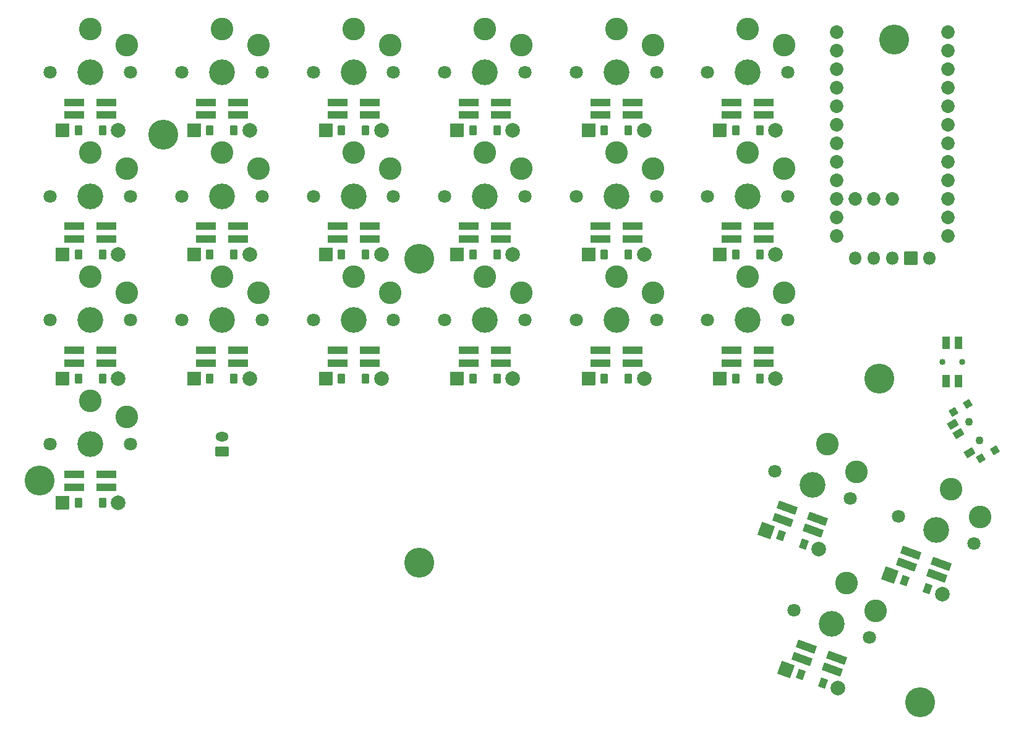
<source format=gbr>
%TF.GenerationSoftware,KiCad,Pcbnew,8.0.5*%
%TF.CreationDate,2024-09-15T18:20:55-04:00*%
%TF.ProjectId,theguy,74686567-7579-42e6-9b69-6361645f7063,v1.0.0*%
%TF.SameCoordinates,Original*%
%TF.FileFunction,Soldermask,Top*%
%TF.FilePolarity,Negative*%
%FSLAX46Y46*%
G04 Gerber Fmt 4.6, Leading zero omitted, Abs format (unit mm)*
G04 Created by KiCad (PCBNEW 8.0.5) date 2024-09-15 18:20:55*
%MOMM*%
%LPD*%
G01*
G04 APERTURE LIST*
G04 Aperture macros list*
%AMRoundRect*
0 Rectangle with rounded corners*
0 $1 Rounding radius*
0 $2 $3 $4 $5 $6 $7 $8 $9 X,Y pos of 4 corners*
0 Add a 4 corners polygon primitive as box body*
4,1,4,$2,$3,$4,$5,$6,$7,$8,$9,$2,$3,0*
0 Add four circle primitives for the rounded corners*
1,1,$1+$1,$2,$3*
1,1,$1+$1,$4,$5*
1,1,$1+$1,$6,$7*
1,1,$1+$1,$8,$9*
0 Add four rect primitives between the rounded corners*
20,1,$1+$1,$2,$3,$4,$5,0*
20,1,$1+$1,$4,$5,$6,$7,0*
20,1,$1+$1,$6,$7,$8,$9,0*
20,1,$1+$1,$8,$9,$2,$3,0*%
G04 Aperture macros list end*
%ADD10RoundRect,0.050000X-0.614711X0.164711X-0.164711X-0.614711X0.614711X-0.164711X0.164711X0.614711X0*%
%ADD11C,1.100000*%
%ADD12RoundRect,0.050000X-0.766266X0.077211X-0.316266X-0.702211X0.766266X-0.077211X0.316266X0.702211X0*%
%ADD13RoundRect,0.050000X-1.139443X-0.531331X0.531331X-1.139443X1.139443X0.531331X-0.531331X1.139443X0*%
%ADD14RoundRect,0.050000X-0.628074X-0.409907X0.217650X-0.717725X0.628074X0.409907X-0.217650X0.717725X0*%
%ADD15C,2.005000*%
%ADD16RoundRect,0.050000X-0.889000X-0.889000X0.889000X-0.889000X0.889000X0.889000X-0.889000X0.889000X0*%
%ADD17RoundRect,0.050000X-0.450000X-0.600000X0.450000X-0.600000X0.450000X0.600000X-0.450000X0.600000X0*%
%ADD18RoundRect,0.050000X-1.300000X-0.500000X1.300000X-0.500000X1.300000X0.500000X-1.300000X0.500000X0*%
%ADD19C,1.801800*%
%ADD20C,3.100000*%
%ADD21C,3.529000*%
%ADD22C,4.100000*%
%ADD23RoundRect,0.050000X0.850000X-0.600000X0.850000X0.600000X-0.850000X0.600000X-0.850000X-0.600000X0*%
%ADD24O,1.800000X1.300000*%
%ADD25C,0.850000*%
%ADD26RoundRect,0.050000X-0.500000X0.775000X-0.500000X-0.775000X0.500000X-0.775000X0.500000X0.775000X0*%
%ADD27RoundRect,0.050000X-1.392610X-0.025220X1.050590X-0.914472X1.392610X0.025220X-1.050590X0.914472X0*%
%ADD28O,1.800000X1.800000*%
%ADD29RoundRect,0.050000X-0.850000X-0.850000X0.850000X-0.850000X0.850000X0.850000X-0.850000X0.850000X0*%
%ADD30C,1.852600*%
G04 APERTURE END LIST*
D10*
%TO.C,T1*%
X190102628Y-94445706D03*
X188197372Y-95545706D03*
D11*
X190250000Y-96900962D03*
X191750000Y-99499038D03*
D10*
X193802628Y-100854294D03*
X191897372Y-101954294D03*
D12*
X190327997Y-101186057D03*
X188827997Y-98587981D03*
X188077997Y-97288943D03*
%TD*%
D13*
%TO.C,D20*%
X162555118Y-111806490D03*
D14*
X164584854Y-112545254D03*
X167685840Y-113673920D03*
D15*
X169715576Y-114412684D03*
%TD*%
D16*
%TO.C,D3*%
X66190000Y-74000000D03*
D17*
X68350000Y-74000000D03*
X71650000Y-74000000D03*
D15*
X73810000Y-74000000D03*
%TD*%
D16*
%TO.C,D14*%
X138190000Y-91000000D03*
D17*
X140350000Y-91000000D03*
X143650000Y-91000000D03*
D15*
X145810000Y-91000000D03*
%TD*%
D18*
%TO.C,LED3*%
X67800000Y-70125000D03*
X67800000Y-71875000D03*
X72200000Y-71875000D03*
X72200000Y-70125000D03*
%TD*%
%TO.C,LED17*%
X157800000Y-87125000D03*
X157800000Y-88875000D03*
X162200000Y-88875000D03*
X162200000Y-87125000D03*
%TD*%
D19*
%TO.C,S10*%
X100500000Y-49000000D03*
D20*
X106000000Y-43050000D03*
D21*
X106000000Y-49000000D03*
D20*
X111000000Y-45250000D03*
D19*
X111500000Y-49000000D03*
%TD*%
D22*
%TO.C,*%
X80000000Y-57550000D03*
%TD*%
D18*
%TO.C,LED1*%
X67800000Y-104125000D03*
X67800000Y-105875000D03*
X72200000Y-105875000D03*
X72200000Y-104125000D03*
%TD*%
%TO.C,LED14*%
X139800000Y-87125000D03*
X139800000Y-88875000D03*
X144200000Y-88875000D03*
X144200000Y-87125000D03*
%TD*%
D19*
%TO.C,S13*%
X118500000Y-49000000D03*
D20*
X124000000Y-43050000D03*
D21*
X124000000Y-49000000D03*
D20*
X129000000Y-45250000D03*
D19*
X129500000Y-49000000D03*
%TD*%
%TO.C,S3*%
X64500000Y-66000000D03*
D20*
X70000000Y-60050000D03*
D21*
X70000000Y-66000000D03*
D20*
X75000000Y-62250000D03*
D19*
X75500000Y-66000000D03*
%TD*%
%TO.C,S22*%
X166346090Y-122763891D03*
D20*
X173549419Y-119053831D03*
D21*
X171514399Y-124645002D03*
D20*
X177495438Y-122831255D03*
D19*
X176682708Y-126526113D03*
%TD*%
D23*
%TO.C,JST1*%
X88000000Y-101000000D03*
D24*
X88000000Y-99000000D03*
%TD*%
D19*
%TO.C,S21*%
X180617666Y-109867298D03*
D20*
X187820995Y-106157238D03*
D21*
X185785975Y-111748409D03*
D20*
X191767014Y-109934662D03*
D19*
X190954284Y-113629520D03*
%TD*%
D25*
%TO.C,B1*%
X189375000Y-88700000D03*
X186625000Y-88700000D03*
D26*
X188850000Y-86075000D03*
X188850000Y-91325000D03*
X187150000Y-86075000D03*
X187150000Y-91325000D03*
%TD*%
D18*
%TO.C,LED16*%
X139800000Y-53125000D03*
X139800000Y-54875000D03*
X144200000Y-54875000D03*
X144200000Y-53125000D03*
%TD*%
%TO.C,LED2*%
X67800000Y-87125000D03*
X67800000Y-88875000D03*
X72200000Y-88875000D03*
X72200000Y-87125000D03*
%TD*%
D16*
%TO.C,D6*%
X84190000Y-74000000D03*
D17*
X86350000Y-74000000D03*
X89650000Y-74000000D03*
D15*
X91810000Y-74000000D03*
%TD*%
D19*
%TO.C,S1*%
X64500000Y-100000000D03*
D20*
X70000000Y-94050000D03*
D21*
X70000000Y-100000000D03*
D20*
X75000000Y-96250000D03*
D19*
X75500000Y-100000000D03*
%TD*%
%TO.C,S14*%
X136500000Y-83000000D03*
D20*
X142000000Y-77050000D03*
D21*
X142000000Y-83000000D03*
D20*
X147000000Y-79250000D03*
D19*
X147500000Y-83000000D03*
%TD*%
D16*
%TO.C,D1*%
X66190000Y-108000000D03*
D17*
X68350000Y-108000000D03*
X71650000Y-108000000D03*
D15*
X73810000Y-108000000D03*
%TD*%
D18*
%TO.C,LED19*%
X157800000Y-53125000D03*
X157800000Y-54875000D03*
X162200000Y-54875000D03*
X162200000Y-53125000D03*
%TD*%
D22*
%TO.C,*%
X63000000Y-105000000D03*
%TD*%
%TO.C,*%
X183557668Y-135413460D03*
%TD*%
D16*
%TO.C,D16*%
X138190000Y-57000000D03*
D17*
X140350000Y-57000000D03*
X143650000Y-57000000D03*
D15*
X145810000Y-57000000D03*
%TD*%
D19*
%TO.C,S7*%
X82500000Y-49000000D03*
D20*
X88000000Y-43050000D03*
D21*
X88000000Y-49000000D03*
D20*
X93000000Y-45250000D03*
D19*
X93500000Y-49000000D03*
%TD*%
%TO.C,S15*%
X136500000Y-66000000D03*
D20*
X142000000Y-60050000D03*
D21*
X142000000Y-66000000D03*
D20*
X147000000Y-62250000D03*
D19*
X147500000Y-66000000D03*
%TD*%
%TO.C,S5*%
X82500000Y-83000000D03*
D20*
X88000000Y-77050000D03*
D21*
X88000000Y-83000000D03*
D20*
X93000000Y-79250000D03*
D19*
X93500000Y-83000000D03*
%TD*%
%TO.C,S11*%
X118500000Y-83000000D03*
D20*
X124000000Y-77050000D03*
D21*
X124000000Y-83000000D03*
D20*
X129000000Y-79250000D03*
D19*
X129500000Y-83000000D03*
%TD*%
D18*
%TO.C,LED9*%
X103800000Y-70125000D03*
X103800000Y-71875000D03*
X108200000Y-71875000D03*
X108200000Y-70125000D03*
%TD*%
D27*
%TO.C,LED21*%
X182307818Y-114872197D03*
X181709283Y-116516659D03*
X185843930Y-118021547D03*
X186442465Y-116377085D03*
%TD*%
D22*
%TO.C,*%
X115000000Y-74550000D03*
%TD*%
D18*
%TO.C,LED7*%
X85800000Y-53125000D03*
X85800000Y-54875000D03*
X90200000Y-54875000D03*
X90200000Y-53125000D03*
%TD*%
D16*
%TO.C,D12*%
X120190000Y-74000000D03*
D17*
X122350000Y-74000000D03*
X125650000Y-74000000D03*
D15*
X127810000Y-74000000D03*
%TD*%
D19*
%TO.C,S17*%
X154500000Y-83000000D03*
D20*
X160000000Y-77050000D03*
D21*
X160000000Y-83000000D03*
D20*
X165000000Y-79250000D03*
D19*
X165500000Y-83000000D03*
%TD*%
D16*
%TO.C,D15*%
X138190000Y-74000000D03*
D17*
X140350000Y-74000000D03*
X143650000Y-74000000D03*
D15*
X145810000Y-74000000D03*
%TD*%
D22*
%TO.C,*%
X180000000Y-44500000D03*
%TD*%
D28*
%TO.C,niceView1*%
X184880000Y-74475000D03*
D29*
X182340000Y-74475000D03*
D28*
X179800000Y-74475000D03*
X177260000Y-74475000D03*
X174720000Y-74475000D03*
%TD*%
D19*
%TO.C,S6*%
X82500000Y-66000000D03*
D20*
X88000000Y-60050000D03*
D21*
X88000000Y-66000000D03*
D20*
X93000000Y-62250000D03*
D19*
X93500000Y-66000000D03*
%TD*%
D16*
%TO.C,D17*%
X156190000Y-91000000D03*
D17*
X158350000Y-91000000D03*
X161650000Y-91000000D03*
D15*
X163810000Y-91000000D03*
%TD*%
D22*
%TO.C,*%
X178000000Y-91000000D03*
%TD*%
D18*
%TO.C,LED5*%
X85800000Y-87125000D03*
X85800000Y-88875000D03*
X90200000Y-88875000D03*
X90200000Y-87125000D03*
%TD*%
D16*
%TO.C,D10*%
X102190000Y-57000000D03*
D17*
X104350000Y-57000000D03*
X107650000Y-57000000D03*
D15*
X109810000Y-57000000D03*
%TD*%
D16*
%TO.C,D7*%
X84190000Y-57000000D03*
D17*
X86350000Y-57000000D03*
X89650000Y-57000000D03*
D15*
X91810000Y-57000000D03*
%TD*%
D16*
%TO.C,D19*%
X156190000Y-57000000D03*
D17*
X158350000Y-57000000D03*
X161650000Y-57000000D03*
D15*
X163810000Y-57000000D03*
%TD*%
D18*
%TO.C,LED18*%
X157800000Y-70125000D03*
X157800000Y-71875000D03*
X162200000Y-71875000D03*
X162200000Y-70125000D03*
%TD*%
D19*
%TO.C,S9*%
X100500000Y-66000000D03*
D20*
X106000000Y-60050000D03*
D21*
X106000000Y-66000000D03*
D20*
X111000000Y-62250000D03*
D19*
X111500000Y-66000000D03*
%TD*%
D16*
%TO.C,D13*%
X120190000Y-57000000D03*
D17*
X122350000Y-57000000D03*
X125650000Y-57000000D03*
D15*
X127810000Y-57000000D03*
%TD*%
D19*
%TO.C,S8*%
X100500000Y-83000000D03*
D20*
X106000000Y-77050000D03*
D21*
X106000000Y-83000000D03*
D20*
X111000000Y-79250000D03*
D19*
X111500000Y-83000000D03*
%TD*%
D16*
%TO.C,D11*%
X120190000Y-91000000D03*
D17*
X122350000Y-91000000D03*
X125650000Y-91000000D03*
D15*
X127810000Y-91000000D03*
%TD*%
D18*
%TO.C,LED10*%
X103800000Y-53125000D03*
X103800000Y-54875000D03*
X108200000Y-54875000D03*
X108200000Y-53125000D03*
%TD*%
D13*
%TO.C,D22*%
X165198009Y-130859446D03*
D14*
X167227745Y-131598210D03*
X170328731Y-132726876D03*
D15*
X172358467Y-133465640D03*
%TD*%
D27*
%TO.C,LED20*%
X165393351Y-108715835D03*
X164794816Y-110360297D03*
X168929463Y-111865185D03*
X169527998Y-110220723D03*
%TD*%
D16*
%TO.C,D5*%
X84190000Y-91000000D03*
D17*
X86350000Y-91000000D03*
X89650000Y-91000000D03*
D15*
X91810000Y-91000000D03*
%TD*%
D19*
%TO.C,S12*%
X118500000Y-66000000D03*
D20*
X124000000Y-60050000D03*
D21*
X124000000Y-66000000D03*
D20*
X129000000Y-62250000D03*
D19*
X129500000Y-66000000D03*
%TD*%
D30*
%TO.C,MCU1*%
X187420000Y-43530000D03*
X187420000Y-46070000D03*
X187420000Y-48610000D03*
X187420000Y-51150000D03*
X187420000Y-53690000D03*
X187420000Y-56230000D03*
X187420000Y-58770000D03*
X187420000Y-61310000D03*
X187420000Y-63850000D03*
X187420000Y-66390000D03*
X187420000Y-68930000D03*
X187420000Y-71470000D03*
X172180000Y-71470000D03*
X172180000Y-68930000D03*
X172180000Y-66390000D03*
X172180000Y-63850000D03*
X172180000Y-61310000D03*
X172180000Y-58770000D03*
X172180000Y-56230000D03*
X172180000Y-53690000D03*
X172180000Y-51150000D03*
X172180000Y-48610000D03*
X172180000Y-46070000D03*
X172180000Y-43530000D03*
X174720000Y-66390000D03*
X177260000Y-66390000D03*
X179800000Y-66390000D03*
%TD*%
D16*
%TO.C,D8*%
X102190000Y-91000000D03*
D17*
X104350000Y-91000000D03*
X107650000Y-91000000D03*
D15*
X109810000Y-91000000D03*
%TD*%
D19*
%TO.C,S19*%
X154500000Y-49000000D03*
D20*
X160000000Y-43050000D03*
D21*
X160000000Y-49000000D03*
D20*
X165000000Y-45250000D03*
D19*
X165500000Y-49000000D03*
%TD*%
D13*
%TO.C,D21*%
X179469585Y-117962853D03*
D14*
X181499321Y-118701617D03*
X184600307Y-119830283D03*
D15*
X186630043Y-120569047D03*
%TD*%
D27*
%TO.C,LED22*%
X168036242Y-127768790D03*
X167437707Y-129413252D03*
X171572354Y-130918140D03*
X172170889Y-129273678D03*
%TD*%
D18*
%TO.C,LED15*%
X139800000Y-70125000D03*
X139800000Y-71875000D03*
X144200000Y-71875000D03*
X144200000Y-70125000D03*
%TD*%
%TO.C,LED6*%
X85800000Y-70125000D03*
X85800000Y-71875000D03*
X90200000Y-71875000D03*
X90200000Y-70125000D03*
%TD*%
D19*
%TO.C,S20*%
X163703199Y-103710936D03*
D20*
X170906528Y-100000876D03*
D21*
X168871508Y-105592047D03*
D20*
X174852547Y-103778300D03*
D19*
X174039817Y-107473158D03*
%TD*%
D16*
%TO.C,D4*%
X66190000Y-57000000D03*
D17*
X68350000Y-57000000D03*
X71650000Y-57000000D03*
D15*
X73810000Y-57000000D03*
%TD*%
D19*
%TO.C,S4*%
X64500000Y-49000000D03*
D20*
X70000000Y-43050000D03*
D21*
X70000000Y-49000000D03*
D20*
X75000000Y-45250000D03*
D19*
X75500000Y-49000000D03*
%TD*%
D18*
%TO.C,LED12*%
X121800000Y-70125000D03*
X121800000Y-71875000D03*
X126200000Y-71875000D03*
X126200000Y-70125000D03*
%TD*%
D19*
%TO.C,S16*%
X136500000Y-49000000D03*
D20*
X142000000Y-43050000D03*
D21*
X142000000Y-49000000D03*
D20*
X147000000Y-45250000D03*
D19*
X147500000Y-49000000D03*
%TD*%
D16*
%TO.C,D2*%
X66190000Y-91000000D03*
D17*
X68350000Y-91000000D03*
X71650000Y-91000000D03*
D15*
X73810000Y-91000000D03*
%TD*%
D18*
%TO.C,LED11*%
X121800000Y-87125000D03*
X121800000Y-88875000D03*
X126200000Y-88875000D03*
X126200000Y-87125000D03*
%TD*%
%TO.C,LED13*%
X121800000Y-53125000D03*
X121800000Y-54875000D03*
X126200000Y-54875000D03*
X126200000Y-53125000D03*
%TD*%
D16*
%TO.C,D9*%
X102190000Y-74000000D03*
D17*
X104350000Y-74000000D03*
X107650000Y-74000000D03*
D15*
X109810000Y-74000000D03*
%TD*%
D18*
%TO.C,LED4*%
X67800000Y-53125000D03*
X67800000Y-54875000D03*
X72200000Y-54875000D03*
X72200000Y-53125000D03*
%TD*%
%TO.C,LED8*%
X103800000Y-87125000D03*
X103800000Y-88875000D03*
X108200000Y-88875000D03*
X108200000Y-87125000D03*
%TD*%
D22*
%TO.C,*%
X115000000Y-116250000D03*
%TD*%
D16*
%TO.C,D18*%
X156190000Y-74000000D03*
D17*
X158350000Y-74000000D03*
X161650000Y-74000000D03*
D15*
X163810000Y-74000000D03*
%TD*%
D19*
%TO.C,S2*%
X64500000Y-83000000D03*
D20*
X70000000Y-77050000D03*
D21*
X70000000Y-83000000D03*
D20*
X75000000Y-79250000D03*
D19*
X75500000Y-83000000D03*
%TD*%
%TO.C,S18*%
X154500000Y-66000000D03*
D20*
X160000000Y-60050000D03*
D21*
X160000000Y-66000000D03*
D20*
X165000000Y-62250000D03*
D19*
X165500000Y-66000000D03*
%TD*%
M02*

</source>
